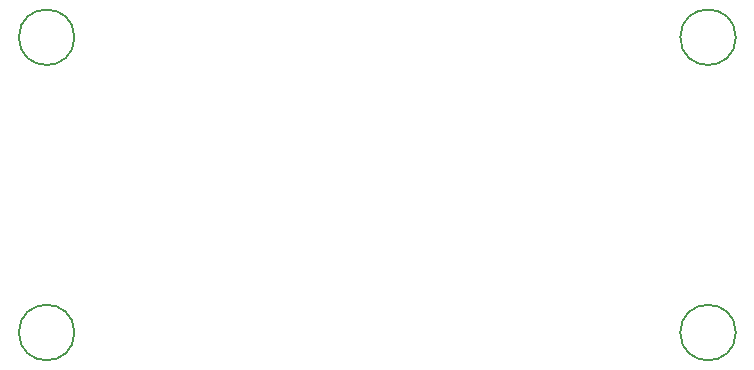
<source format=gbr>
%TF.GenerationSoftware,KiCad,Pcbnew,8.0.4+dfsg-1*%
%TF.CreationDate,2025-02-17T17:51:02+01:00*%
%TF.ProjectId,nixie-clock,6e697869-652d-4636-9c6f-636b2e6b6963,rev?*%
%TF.SameCoordinates,Original*%
%TF.FileFunction,Other,Comment*%
%FSLAX46Y46*%
G04 Gerber Fmt 4.6, Leading zero omitted, Abs format (unit mm)*
G04 Created by KiCad (PCBNEW 8.0.4+dfsg-1) date 2025-02-17 17:51:02*
%MOMM*%
%LPD*%
G01*
G04 APERTURE LIST*
%ADD10C,0.150000*%
G04 APERTURE END LIST*
D10*
%TO.C,H1*%
X208350000Y-116000000D02*
G75*
G02*
X203650000Y-116000000I-2350000J0D01*
G01*
X203650000Y-116000000D02*
G75*
G02*
X208350000Y-116000000I2350000J0D01*
G01*
%TO.C,H2*%
X208350000Y-91000000D02*
G75*
G02*
X203650000Y-91000000I-2350000J0D01*
G01*
X203650000Y-91000000D02*
G75*
G02*
X208350000Y-91000000I2350000J0D01*
G01*
%TO.C,H4*%
X152350000Y-116000000D02*
G75*
G02*
X147650000Y-116000000I-2350000J0D01*
G01*
X147650000Y-116000000D02*
G75*
G02*
X152350000Y-116000000I2350000J0D01*
G01*
%TO.C,H3*%
X152350000Y-91000000D02*
G75*
G02*
X147650000Y-91000000I-2350000J0D01*
G01*
X147650000Y-91000000D02*
G75*
G02*
X152350000Y-91000000I2350000J0D01*
G01*
%TD*%
M02*

</source>
